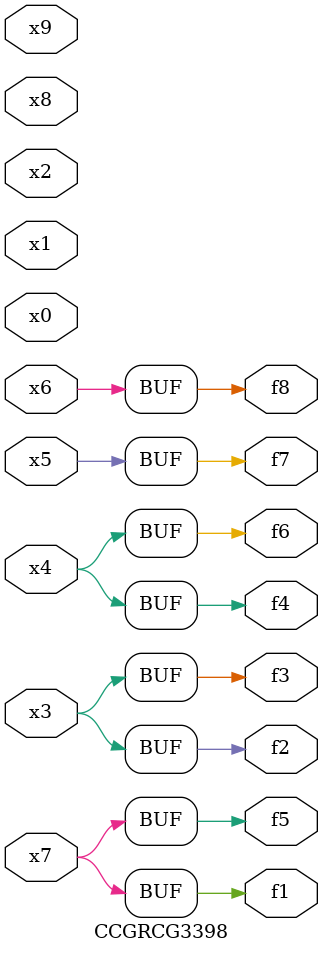
<source format=v>
module CCGRCG3398(
	input x0, x1, x2, x3, x4, x5, x6, x7, x8, x9,
	output f1, f2, f3, f4, f5, f6, f7, f8
);
	assign f1 = x7;
	assign f2 = x3;
	assign f3 = x3;
	assign f4 = x4;
	assign f5 = x7;
	assign f6 = x4;
	assign f7 = x5;
	assign f8 = x6;
endmodule

</source>
